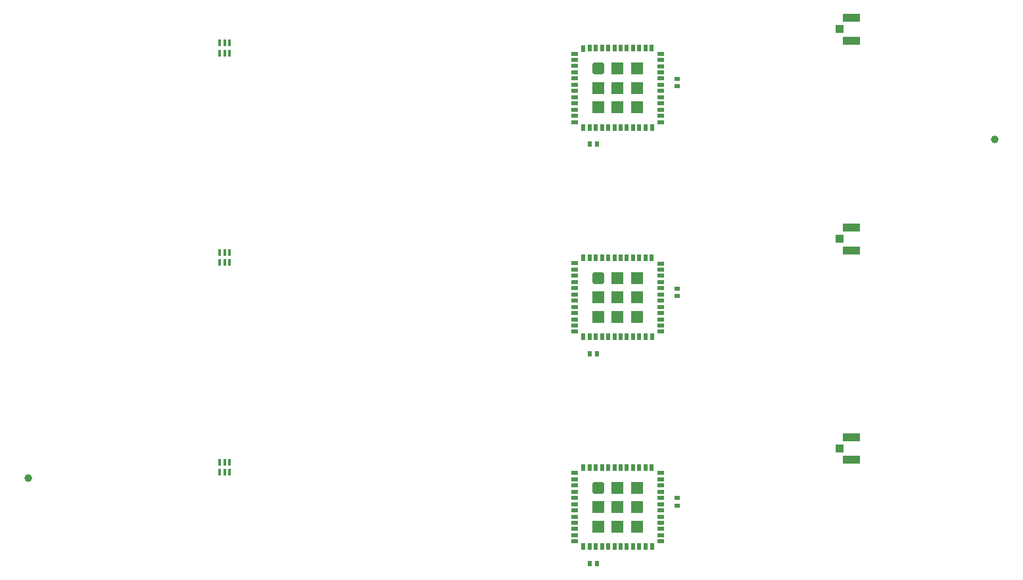
<source format=gtp>
G04*
G04 #@! TF.GenerationSoftware,Altium Limited,Altium Designer,19.0.15 (446)*
G04*
G04 Layer_Color=8421504*
%FSAX25Y25*%
%MOIN*%
G70*
G01*
G75*
%ADD10C,0.03937*%
%ADD12R,0.03937X0.03937*%
%ADD13R,0.08661X0.04134*%
%ADD15R,0.02520X0.02362*%
G04:AMPARAMS|DCode=18|XSize=59.06mil|YSize=59.06mil|CornerRadius=5.91mil|HoleSize=0mil|Usage=FLASHONLY|Rotation=0.000|XOffset=0mil|YOffset=0mil|HoleType=Round|Shape=RoundedRectangle|*
%AMROUNDEDRECTD18*
21,1,0.05906,0.04724,0,0,0.0*
21,1,0.04724,0.05906,0,0,0.0*
1,1,0.01181,0.02362,-0.02362*
1,1,0.01181,-0.02362,-0.02362*
1,1,0.01181,-0.02362,0.02362*
1,1,0.01181,0.02362,0.02362*
%
%ADD18ROUNDEDRECTD18*%
%ADD19R,0.05906X0.05906*%
%ADD20R,0.02362X0.02520*%
%ADD25R,0.01575X0.03543*%
%ADD66R,0.01929X0.03740*%
%ADD67R,0.03780X0.01968*%
%ADD68R,0.03740X0.01929*%
%ADD69R,0.03740X0.01929*%
D10*
X0769685Y0342520D02*
D03*
X1259842Y0513976D02*
D03*
D12*
X1180963Y0357432D02*
D03*
Y0463731D02*
D03*
Y0570030D02*
D03*
D13*
X1186869Y0351624D02*
D03*
Y0363239D02*
D03*
Y0457924D02*
D03*
Y0469538D02*
D03*
Y0564223D02*
D03*
Y0575837D02*
D03*
D15*
X1098829Y0332313D02*
D03*
Y0328534D02*
D03*
Y0438613D02*
D03*
Y0434833D02*
D03*
Y0544912D02*
D03*
Y0541132D02*
D03*
D18*
X1058640Y0337510D02*
D03*
Y0443810D02*
D03*
Y0550109D02*
D03*
D19*
X1068483Y0337510D02*
D03*
X1078325Y0337510D02*
D03*
X1058640Y0327668D02*
D03*
X1068483D02*
D03*
X1078325D02*
D03*
X1058542Y0317825D02*
D03*
X1068483D02*
D03*
X1078325D02*
D03*
X1068483Y0443810D02*
D03*
X1078325Y0443810D02*
D03*
X1058640Y0433967D02*
D03*
X1068483D02*
D03*
X1078325D02*
D03*
X1058542Y0424124D02*
D03*
X1068483D02*
D03*
X1078325D02*
D03*
X1068483Y0550109D02*
D03*
X1078325Y0550109D02*
D03*
X1058640Y0540266D02*
D03*
X1068483D02*
D03*
X1078325D02*
D03*
X1058542Y0530424D02*
D03*
X1068483D02*
D03*
X1078325D02*
D03*
D20*
X1054302Y0299046D02*
D03*
X1058081D02*
D03*
X1054302Y0405345D02*
D03*
X1058081D02*
D03*
X1054302Y0511644D02*
D03*
X1058081D02*
D03*
D25*
X0871782Y0345345D02*
D03*
X0869223D02*
D03*
X0866664D02*
D03*
Y0350463D02*
D03*
X0869223D02*
D03*
X0871782D02*
D03*
Y0451644D02*
D03*
X0869223D02*
D03*
X0866664D02*
D03*
Y0456762D02*
D03*
X0869223D02*
D03*
X0871782D02*
D03*
Y0557943D02*
D03*
X0869223D02*
D03*
X0866664D02*
D03*
Y0563062D02*
D03*
X0869223D02*
D03*
X0871782D02*
D03*
D66*
X1085817Y0347707D02*
D03*
X1082628D02*
D03*
X1079479D02*
D03*
X1076329Y0347707D02*
D03*
X1073180Y0347707D02*
D03*
X1070030D02*
D03*
X1066880Y0347707D02*
D03*
X1063770Y0347707D02*
D03*
X1060620Y0347707D02*
D03*
X1057471Y0347707D02*
D03*
X1054321D02*
D03*
X1051132Y0347668D02*
D03*
X1085975Y0307668D02*
D03*
X1082668Y0307668D02*
D03*
X1079479D02*
D03*
X1076329Y0307668D02*
D03*
X1073180D02*
D03*
X1070030D02*
D03*
X1066880Y0307668D02*
D03*
X1063731Y0307668D02*
D03*
X1060620Y0307668D02*
D03*
X1057471Y0307668D02*
D03*
X1054282D02*
D03*
X1051132D02*
D03*
X1085817Y0454006D02*
D03*
X1082628D02*
D03*
X1079479D02*
D03*
X1076329Y0454006D02*
D03*
X1073180Y0454006D02*
D03*
X1070030D02*
D03*
X1066880Y0454006D02*
D03*
X1063770Y0454006D02*
D03*
X1060620Y0454006D02*
D03*
X1057471Y0454006D02*
D03*
X1054321D02*
D03*
X1051132Y0453967D02*
D03*
X1085975Y0413967D02*
D03*
X1082668Y0413967D02*
D03*
X1079479D02*
D03*
X1076329Y0413967D02*
D03*
X1073180D02*
D03*
X1070030D02*
D03*
X1066880Y0413967D02*
D03*
X1063731Y0413967D02*
D03*
X1060620Y0413967D02*
D03*
X1057471Y0413967D02*
D03*
X1054282D02*
D03*
X1051132D02*
D03*
X1085817Y0560306D02*
D03*
X1082628D02*
D03*
X1079479D02*
D03*
X1076329Y0560306D02*
D03*
X1073180Y0560306D02*
D03*
X1070030D02*
D03*
X1066880Y0560306D02*
D03*
X1063770Y0560306D02*
D03*
X1060620Y0560306D02*
D03*
X1057471Y0560306D02*
D03*
X1054321D02*
D03*
X1051132Y0560266D02*
D03*
X1085975Y0520266D02*
D03*
X1082668Y0520266D02*
D03*
X1079479D02*
D03*
X1076329Y0520266D02*
D03*
X1073180D02*
D03*
X1070030D02*
D03*
X1066880Y0520266D02*
D03*
X1063731Y0520266D02*
D03*
X1060620Y0520266D02*
D03*
X1057471Y0520266D02*
D03*
X1054282D02*
D03*
X1051132D02*
D03*
D67*
X1090246Y0310325D02*
D03*
Y0313475D02*
D03*
Y0316624D02*
D03*
Y0319774D02*
D03*
Y0322924D02*
D03*
Y0326073D02*
D03*
Y0329223D02*
D03*
Y0332372D02*
D03*
Y0335522D02*
D03*
Y0338672D02*
D03*
Y0341821D02*
D03*
Y0344971D02*
D03*
X1046703Y0345010D02*
D03*
X1090246Y0416624D02*
D03*
Y0419774D02*
D03*
Y0422924D02*
D03*
Y0426073D02*
D03*
Y0429223D02*
D03*
Y0432373D02*
D03*
Y0435522D02*
D03*
Y0438672D02*
D03*
Y0441821D02*
D03*
Y0444971D02*
D03*
Y0448121D02*
D03*
Y0451270D02*
D03*
X1046703Y0451309D02*
D03*
X1090246Y0522924D02*
D03*
Y0526073D02*
D03*
Y0529223D02*
D03*
Y0532373D02*
D03*
Y0535522D02*
D03*
Y0538672D02*
D03*
Y0541821D02*
D03*
Y0544971D02*
D03*
Y0548121D02*
D03*
Y0551270D02*
D03*
Y0554420D02*
D03*
Y0557569D02*
D03*
X1046703Y0557609D02*
D03*
D68*
X1046684Y0310345D02*
D03*
Y0313495D02*
D03*
X1046684Y0316644D02*
D03*
X1046684Y0319794D02*
D03*
Y0322943D02*
D03*
X1046684Y0326093D02*
D03*
X1046684Y0329243D02*
D03*
Y0332392D02*
D03*
X1046684Y0338691D02*
D03*
Y0341880D02*
D03*
X1046684Y0416644D02*
D03*
Y0419794D02*
D03*
X1046684Y0422943D02*
D03*
X1046684Y0426093D02*
D03*
Y0429243D02*
D03*
X1046684Y0432392D02*
D03*
X1046684Y0435542D02*
D03*
Y0438691D02*
D03*
X1046684Y0444991D02*
D03*
Y0448180D02*
D03*
X1046684Y0522943D02*
D03*
Y0526093D02*
D03*
X1046684Y0529243D02*
D03*
X1046684Y0532392D02*
D03*
Y0535542D02*
D03*
X1046684Y0538691D02*
D03*
X1046684Y0541841D02*
D03*
Y0544991D02*
D03*
X1046684Y0551290D02*
D03*
Y0554479D02*
D03*
D69*
X1046683Y0335542D02*
D03*
Y0441841D02*
D03*
Y0548140D02*
D03*
M02*

</source>
